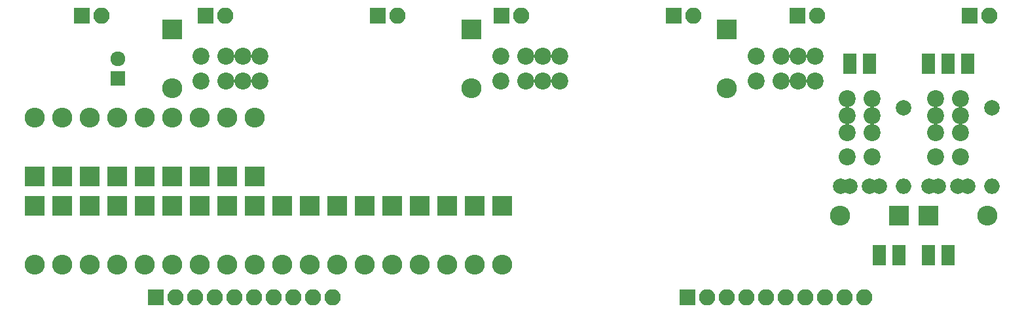
<source format=gts>
G04 #@! TF.FileFunction,Soldermask,Top*
%FSLAX46Y46*%
G04 Gerber Fmt 4.6, Leading zero omitted, Abs format (unit mm)*
G04 Created by KiCad (PCBNEW 4.0.4+e1-6308~48~ubuntu16.04.1-stable) date Mon Jan 22 22:00:05 2018*
%MOMM*%
%LPD*%
G01*
G04 APERTURE LIST*
%ADD10C,0.100000*%
%ADD11C,2.000000*%
%ADD12O,2.000000X2.000000*%
%ADD13R,2.100000X2.100000*%
%ADD14O,2.100000X2.100000*%
%ADD15R,1.670000X1.370000*%
%ADD16R,2.600000X2.600000*%
%ADD17O,2.600000X2.600000*%
%ADD18R,1.924000X1.924000*%
%ADD19C,1.924000*%
%ADD20C,2.200000*%
G04 APERTURE END LIST*
D10*
D11*
X216535000Y-115570000D03*
D12*
X216535000Y-125730000D03*
D13*
X119820000Y-140130000D03*
D14*
X122360000Y-140130000D03*
X124900000Y-140130000D03*
X127440000Y-140130000D03*
X129980000Y-140130000D03*
X132520000Y-140130000D03*
X135060000Y-140130000D03*
X137600000Y-140130000D03*
X140140000Y-140130000D03*
X142680000Y-140130000D03*
D13*
X188570000Y-140130000D03*
D14*
X191110000Y-140130000D03*
X193650000Y-140130000D03*
X196190000Y-140130000D03*
X198730000Y-140130000D03*
X201270000Y-140130000D03*
X203810000Y-140130000D03*
X206350000Y-140130000D03*
X208890000Y-140130000D03*
X211430000Y-140130000D03*
D15*
X215900000Y-135260000D03*
X215900000Y-133980000D03*
X212090000Y-110495000D03*
X212090000Y-109215000D03*
X213360000Y-135260000D03*
X213360000Y-133980000D03*
X209550000Y-110495000D03*
X209550000Y-109215000D03*
X219710000Y-135260000D03*
X219710000Y-133980000D03*
X219710000Y-110495000D03*
X219710000Y-109215000D03*
X222250000Y-135260000D03*
X222250000Y-133980000D03*
X222250000Y-110495000D03*
X222250000Y-109215000D03*
X224790000Y-110495000D03*
X224790000Y-109215000D03*
D11*
X227965000Y-115570000D03*
D12*
X227965000Y-125730000D03*
D11*
X212110000Y-125730000D03*
X209610000Y-125730000D03*
X213360000Y-125730000D03*
X208360000Y-125730000D03*
X223540000Y-125730000D03*
X221040000Y-125730000D03*
X224790000Y-125730000D03*
X219790000Y-125730000D03*
D13*
X110250000Y-103620000D03*
D14*
X112790000Y-103620000D03*
D13*
X126280000Y-103620000D03*
D14*
X128820000Y-103620000D03*
D13*
X164560000Y-103620000D03*
D14*
X167100000Y-103620000D03*
D13*
X202840000Y-103620000D03*
D14*
X205380000Y-103620000D03*
D13*
X148530000Y-103620000D03*
D14*
X151070000Y-103620000D03*
D13*
X186810000Y-103620000D03*
D14*
X189350000Y-103620000D03*
D13*
X225090000Y-103620000D03*
D14*
X227630000Y-103620000D03*
D16*
X215900000Y-129540000D03*
D17*
X208280000Y-129540000D03*
D16*
X121920000Y-105410000D03*
D17*
X121920000Y-113030000D03*
D16*
X104140000Y-128270000D03*
D17*
X104140000Y-135890000D03*
D16*
X132588000Y-124460000D03*
D17*
X132588000Y-116840000D03*
D16*
X107696000Y-128270000D03*
D17*
X107696000Y-135890000D03*
D16*
X129032000Y-124460000D03*
D17*
X129032000Y-116840000D03*
D16*
X111252000Y-128270000D03*
D17*
X111252000Y-135890000D03*
D16*
X125476000Y-124460000D03*
D17*
X125476000Y-116840000D03*
D16*
X114808000Y-128270000D03*
D17*
X114808000Y-135890000D03*
D16*
X121920000Y-124460000D03*
D17*
X121920000Y-116840000D03*
D16*
X160655000Y-105410000D03*
D17*
X160655000Y-113030000D03*
D16*
X118364000Y-128270000D03*
D17*
X118364000Y-135890000D03*
D16*
X118364000Y-124460000D03*
D17*
X118364000Y-116840000D03*
D16*
X219710000Y-129540000D03*
D17*
X227330000Y-129540000D03*
D16*
X121920000Y-128270000D03*
D17*
X121920000Y-135890000D03*
D16*
X114808000Y-124460000D03*
D17*
X114808000Y-116840000D03*
D16*
X125476000Y-128270000D03*
D17*
X125476000Y-135890000D03*
D16*
X111252000Y-124460000D03*
D17*
X111252000Y-116840000D03*
D16*
X129032000Y-128270000D03*
D17*
X129032000Y-135890000D03*
D16*
X107696000Y-124460000D03*
D17*
X107696000Y-116840000D03*
D16*
X146812000Y-128270000D03*
D17*
X146812000Y-135890000D03*
D16*
X104140000Y-124460000D03*
D17*
X104140000Y-116840000D03*
D16*
X193675000Y-105410000D03*
D17*
X193675000Y-113030000D03*
D16*
X143256000Y-128270000D03*
D17*
X143256000Y-135890000D03*
D16*
X139700000Y-128270000D03*
D17*
X139700000Y-135890000D03*
D16*
X136144000Y-128270000D03*
D17*
X136144000Y-135890000D03*
D16*
X132588000Y-128270000D03*
D17*
X132588000Y-135890000D03*
D16*
X150368000Y-128270000D03*
D17*
X150368000Y-135890000D03*
D16*
X153924000Y-128270000D03*
D17*
X153924000Y-135890000D03*
D16*
X157480000Y-128270000D03*
D17*
X157480000Y-135890000D03*
D16*
X161036000Y-128270000D03*
D17*
X161036000Y-135890000D03*
D16*
X164592000Y-128270000D03*
D17*
X164592000Y-135890000D03*
D18*
X114935000Y-111760000D03*
D19*
X114935000Y-109220000D03*
D20*
X197460000Y-112090000D03*
X200660000Y-112090000D03*
X202860000Y-112090000D03*
X205060000Y-112090000D03*
X205060000Y-108890000D03*
X202860000Y-108890000D03*
X200660000Y-108890000D03*
X197460000Y-108890000D03*
X223850000Y-121945000D03*
X223850000Y-118745000D03*
X223850000Y-116545000D03*
X223850000Y-114345000D03*
X220650000Y-114345000D03*
X220650000Y-116545000D03*
X220650000Y-118745000D03*
X220650000Y-121945000D03*
X125705000Y-112090000D03*
X128905000Y-112090000D03*
X131105000Y-112090000D03*
X133305000Y-112090000D03*
X133305000Y-108890000D03*
X131105000Y-108890000D03*
X128905000Y-108890000D03*
X125705000Y-108890000D03*
X212420000Y-121945000D03*
X212420000Y-118745000D03*
X212420000Y-116545000D03*
X212420000Y-114345000D03*
X209220000Y-114345000D03*
X209220000Y-116545000D03*
X209220000Y-118745000D03*
X209220000Y-121945000D03*
X164440000Y-112090000D03*
X167640000Y-112090000D03*
X169840000Y-112090000D03*
X172040000Y-112090000D03*
X172040000Y-108890000D03*
X169840000Y-108890000D03*
X167640000Y-108890000D03*
X164440000Y-108890000D03*
M02*

</source>
